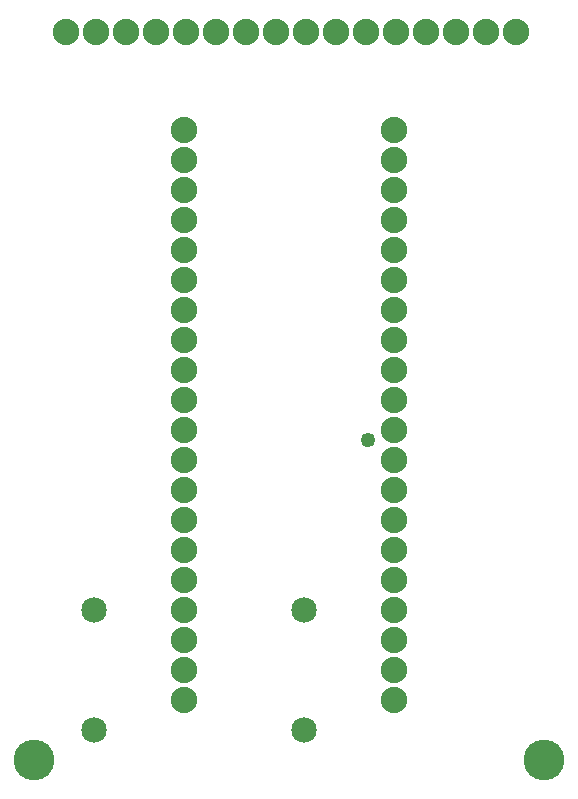
<source format=gbs>
G04 MADE WITH FRITZING*
G04 WWW.FRITZING.ORG*
G04 DOUBLE SIDED*
G04 HOLES PLATED*
G04 CONTOUR ON CENTER OF CONTOUR VECTOR*
%ASAXBY*%
%FSLAX23Y23*%
%MOIN*%
%OFA0B0*%
%SFA1.0B1.0*%
%ADD10C,0.085000*%
%ADD11C,0.049370*%
%ADD12C,0.135984*%
%ADD13C,0.088000*%
%LNMASK0*%
G90*
G70*
G54D10*
X1077Y729D03*
X1077Y329D03*
X1077Y729D03*
X1077Y329D03*
G54D11*
X1289Y1295D03*
G54D12*
X177Y229D03*
X1877Y229D03*
G54D10*
X377Y729D03*
X377Y329D03*
G54D13*
X677Y2329D03*
X677Y2229D03*
X677Y2129D03*
X677Y2029D03*
X677Y1929D03*
X677Y1829D03*
X677Y1729D03*
X677Y1629D03*
X677Y1529D03*
X677Y1429D03*
X677Y1329D03*
X677Y1229D03*
X677Y1129D03*
X677Y1029D03*
X677Y929D03*
X677Y829D03*
X677Y729D03*
X677Y629D03*
X677Y529D03*
X677Y429D03*
X677Y2329D03*
X677Y2229D03*
X677Y2129D03*
X677Y2029D03*
X677Y1929D03*
X677Y1829D03*
X677Y1729D03*
X677Y1629D03*
X677Y1529D03*
X677Y1429D03*
X677Y1329D03*
X677Y1229D03*
X677Y1129D03*
X677Y1029D03*
X677Y929D03*
X677Y829D03*
X677Y729D03*
X677Y629D03*
X677Y529D03*
X677Y429D03*
X1377Y2329D03*
X1377Y2229D03*
X1377Y2129D03*
X1377Y2029D03*
X1377Y1929D03*
X1377Y1829D03*
X1377Y1729D03*
X1377Y1629D03*
X1377Y1529D03*
X1377Y1429D03*
X1377Y1329D03*
X1377Y1229D03*
X1377Y1129D03*
X1377Y1029D03*
X1377Y929D03*
X1377Y829D03*
X1377Y729D03*
X1377Y629D03*
X1377Y529D03*
X1377Y429D03*
X1377Y2329D03*
X1377Y2229D03*
X1377Y2129D03*
X1377Y2029D03*
X1377Y1929D03*
X1377Y1829D03*
X1377Y1729D03*
X1377Y1629D03*
X1377Y1529D03*
X1377Y1429D03*
X1377Y1329D03*
X1377Y1229D03*
X1377Y1129D03*
X1377Y1029D03*
X1377Y929D03*
X1377Y829D03*
X1377Y729D03*
X1377Y629D03*
X1377Y529D03*
X1377Y429D03*
X283Y2653D03*
X383Y2653D03*
X483Y2653D03*
X583Y2653D03*
X683Y2653D03*
X783Y2653D03*
X883Y2653D03*
X983Y2653D03*
X1083Y2653D03*
X1183Y2653D03*
X1283Y2653D03*
X1383Y2653D03*
X1483Y2653D03*
X1583Y2653D03*
X1683Y2653D03*
X1783Y2653D03*
G04 End of Mask0*
M02*
</source>
